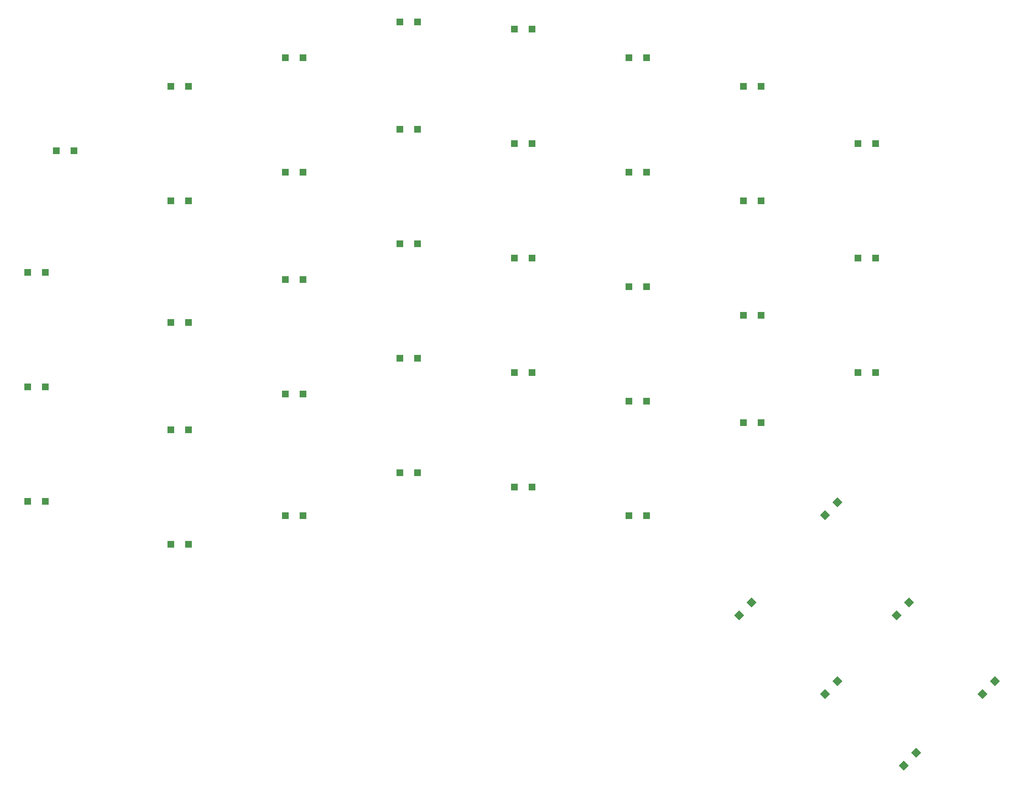
<source format=gbr>
%TF.GenerationSoftware,KiCad,Pcbnew,7.0.8*%
%TF.CreationDate,2023-11-09T18:46:38+07:00*%
%TF.ProjectId,sudi-redox-clone,73756469-2d72-4656-946f-782d636c6f6e,0.1*%
%TF.SameCoordinates,Original*%
%TF.FileFunction,Paste,Top*%
%TF.FilePolarity,Positive*%
%FSLAX46Y46*%
G04 Gerber Fmt 4.6, Leading zero omitted, Abs format (unit mm)*
G04 Created by KiCad (PCBNEW 7.0.8) date 2023-11-09 18:46:38*
%MOMM*%
%LPD*%
G01*
G04 APERTURE LIST*
G04 Aperture macros list*
%AMRotRect*
0 Rectangle, with rotation*
0 The origin of the aperture is its center*
0 $1 length*
0 $2 width*
0 $3 Rotation angle, in degrees counterclockwise*
0 Add horizontal line*
21,1,$1,$2,0,0,$3*%
G04 Aperture macros list end*
%ADD10R,1.200000X1.200000*%
%ADD11RotRect,1.200000X1.200000X45.000000*%
G04 APERTURE END LIST*
D10*
%TO.C,D34*%
X186385000Y-48260000D03*
X189535000Y-48260000D03*
%TD*%
%TO.C,D17*%
X105105000Y-66040000D03*
X108255000Y-66040000D03*
%TD*%
%TO.C,D22*%
X125425000Y-68580000D03*
X128575000Y-68580000D03*
%TD*%
%TO.C,D26*%
X145745000Y-53340000D03*
X148895000Y-53340000D03*
%TD*%
%TO.C,D18*%
X105105000Y-86360000D03*
X108255000Y-86360000D03*
%TD*%
%TO.C,D36*%
X186385000Y-88900000D03*
X189535000Y-88900000D03*
%TD*%
%TO.C,D25*%
X145745000Y-33020000D03*
X148895000Y-33020000D03*
%TD*%
%TO.C,D2*%
X39065000Y-71120000D03*
X42215000Y-71120000D03*
%TD*%
%TO.C,D11*%
X84785000Y-53340000D03*
X87935000Y-53340000D03*
%TD*%
%TO.C,D35*%
X186385000Y-68580000D03*
X189535000Y-68580000D03*
%TD*%
%TO.C,D21*%
X125425000Y-48260000D03*
X128575000Y-48260000D03*
%TD*%
D11*
%TO.C,D42*%
X208436307Y-145893693D03*
X210663693Y-143666307D03*
%TD*%
D10*
%TO.C,D28*%
X145745000Y-93980000D03*
X148895000Y-93980000D03*
%TD*%
%TO.C,D8*%
X64465000Y-99060000D03*
X67615000Y-99060000D03*
%TD*%
%TO.C,D29*%
X145745000Y-114300000D03*
X148895000Y-114300000D03*
%TD*%
D11*
%TO.C,D38*%
X180496307Y-145893693D03*
X182723693Y-143666307D03*
%TD*%
D10*
%TO.C,D31*%
X166065000Y-58420000D03*
X169215000Y-58420000D03*
%TD*%
D11*
%TO.C,D39*%
X194466307Y-158593693D03*
X196693693Y-156366307D03*
%TD*%
%TO.C,D37*%
X165256307Y-131923693D03*
X167483693Y-129696307D03*
%TD*%
%TO.C,D41*%
X193196307Y-131923693D03*
X195423693Y-129696307D03*
%TD*%
D10*
%TO.C,D14*%
X84785000Y-114300000D03*
X87935000Y-114300000D03*
%TD*%
%TO.C,D32*%
X166065000Y-78740000D03*
X169215000Y-78740000D03*
%TD*%
%TO.C,D7*%
X64465000Y-80010000D03*
X67615000Y-80010000D03*
%TD*%
%TO.C,D9*%
X64465000Y-119380000D03*
X67615000Y-119380000D03*
%TD*%
%TO.C,D1*%
X44145000Y-49530000D03*
X47295000Y-49530000D03*
%TD*%
%TO.C,D20*%
X125425000Y-27940000D03*
X128575000Y-27940000D03*
%TD*%
%TO.C,D4*%
X39065000Y-111760000D03*
X42215000Y-111760000D03*
%TD*%
%TO.C,D15*%
X105105000Y-26670000D03*
X108255000Y-26670000D03*
%TD*%
D11*
%TO.C,D40*%
X180496307Y-114143693D03*
X182723693Y-111916307D03*
%TD*%
D10*
%TO.C,D10*%
X84785000Y-33020000D03*
X87935000Y-33020000D03*
%TD*%
%TO.C,D24*%
X125425000Y-109220000D03*
X128575000Y-109220000D03*
%TD*%
%TO.C,D6*%
X64465000Y-58420000D03*
X67615000Y-58420000D03*
%TD*%
%TO.C,D5*%
X64465000Y-38100000D03*
X67615000Y-38100000D03*
%TD*%
%TO.C,D19*%
X105105000Y-106680000D03*
X108255000Y-106680000D03*
%TD*%
%TO.C,D30*%
X166065000Y-38100000D03*
X169215000Y-38100000D03*
%TD*%
%TO.C,D27*%
X145745000Y-73660000D03*
X148895000Y-73660000D03*
%TD*%
%TO.C,D23*%
X125425000Y-88900000D03*
X128575000Y-88900000D03*
%TD*%
%TO.C,D3*%
X39065000Y-91440000D03*
X42215000Y-91440000D03*
%TD*%
%TO.C,D13*%
X84785000Y-92710000D03*
X87935000Y-92710000D03*
%TD*%
%TO.C,D16*%
X105105000Y-45720000D03*
X108255000Y-45720000D03*
%TD*%
%TO.C,D33*%
X166065000Y-97790000D03*
X169215000Y-97790000D03*
%TD*%
%TO.C,D12*%
X84785000Y-72390000D03*
X87935000Y-72390000D03*
%TD*%
M02*

</source>
